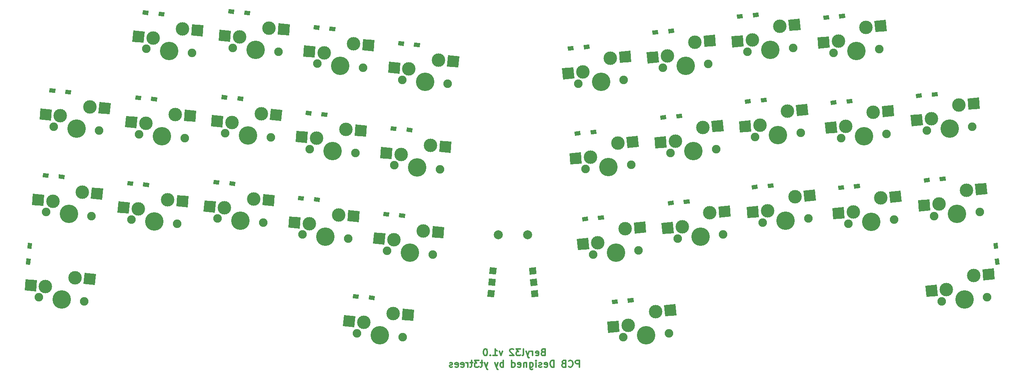
<source format=gbr>
G04 #@! TF.GenerationSoftware,KiCad,Pcbnew,(5.1.7)-1*
G04 #@! TF.CreationDate,2021-03-21T19:43:21+09:00*
G04 #@! TF.ProjectId,Beryl32,42657279-6c33-4322-9e6b-696361645f70,rev?*
G04 #@! TF.SameCoordinates,Original*
G04 #@! TF.FileFunction,Soldermask,Bot*
G04 #@! TF.FilePolarity,Negative*
%FSLAX46Y46*%
G04 Gerber Fmt 4.6, Leading zero omitted, Abs format (unit mm)*
G04 Created by KiCad (PCBNEW (5.1.7)-1) date 2021-03-21 19:43:21*
%MOMM*%
%LPD*%
G01*
G04 APERTURE LIST*
%ADD10C,0.300000*%
%ADD11C,0.100000*%
%ADD12C,4.100000*%
%ADD13C,1.900000*%
%ADD14C,3.000000*%
%ADD15C,2.000000*%
G04 APERTURE END LIST*
D10*
X215571428Y-171617857D02*
X215357142Y-171689285D01*
X215285714Y-171760714D01*
X215214285Y-171903571D01*
X215214285Y-172117857D01*
X215285714Y-172260714D01*
X215357142Y-172332142D01*
X215500000Y-172403571D01*
X216071428Y-172403571D01*
X216071428Y-170903571D01*
X215571428Y-170903571D01*
X215428571Y-170975000D01*
X215357142Y-171046428D01*
X215285714Y-171189285D01*
X215285714Y-171332142D01*
X215357142Y-171475000D01*
X215428571Y-171546428D01*
X215571428Y-171617857D01*
X216071428Y-171617857D01*
X214000000Y-172332142D02*
X214142857Y-172403571D01*
X214428571Y-172403571D01*
X214571428Y-172332142D01*
X214642857Y-172189285D01*
X214642857Y-171617857D01*
X214571428Y-171475000D01*
X214428571Y-171403571D01*
X214142857Y-171403571D01*
X214000000Y-171475000D01*
X213928571Y-171617857D01*
X213928571Y-171760714D01*
X214642857Y-171903571D01*
X213285714Y-172403571D02*
X213285714Y-171403571D01*
X213285714Y-171689285D02*
X213214285Y-171546428D01*
X213142857Y-171475000D01*
X213000000Y-171403571D01*
X212857142Y-171403571D01*
X212500000Y-171403571D02*
X212142857Y-172403571D01*
X211785714Y-171403571D02*
X212142857Y-172403571D01*
X212285714Y-172760714D01*
X212357142Y-172832142D01*
X212500000Y-172903571D01*
X211000000Y-172403571D02*
X211142857Y-172332142D01*
X211214285Y-172189285D01*
X211214285Y-170903571D01*
X210571428Y-170903571D02*
X209642857Y-170903571D01*
X210142857Y-171475000D01*
X209928571Y-171475000D01*
X209785714Y-171546428D01*
X209714285Y-171617857D01*
X209642857Y-171760714D01*
X209642857Y-172117857D01*
X209714285Y-172260714D01*
X209785714Y-172332142D01*
X209928571Y-172403571D01*
X210357142Y-172403571D01*
X210500000Y-172332142D01*
X210571428Y-172260714D01*
X209071428Y-171046428D02*
X209000000Y-170975000D01*
X208857142Y-170903571D01*
X208500000Y-170903571D01*
X208357142Y-170975000D01*
X208285714Y-171046428D01*
X208214285Y-171189285D01*
X208214285Y-171332142D01*
X208285714Y-171546428D01*
X209142857Y-172403571D01*
X208214285Y-172403571D01*
X206571428Y-171403571D02*
X206214285Y-172403571D01*
X205857142Y-171403571D01*
X204500000Y-172403571D02*
X205357142Y-172403571D01*
X204928571Y-172403571D02*
X204928571Y-170903571D01*
X205071428Y-171117857D01*
X205214285Y-171260714D01*
X205357142Y-171332142D01*
X203857142Y-172260714D02*
X203785714Y-172332142D01*
X203857142Y-172403571D01*
X203928571Y-172332142D01*
X203857142Y-172260714D01*
X203857142Y-172403571D01*
X202857142Y-170903571D02*
X202714285Y-170903571D01*
X202571428Y-170975000D01*
X202500000Y-171046428D01*
X202428571Y-171189285D01*
X202357142Y-171475000D01*
X202357142Y-171832142D01*
X202428571Y-172117857D01*
X202500000Y-172260714D01*
X202571428Y-172332142D01*
X202714285Y-172403571D01*
X202857142Y-172403571D01*
X203000000Y-172332142D01*
X203071428Y-172260714D01*
X203142857Y-172117857D01*
X203214285Y-171832142D01*
X203214285Y-171475000D01*
X203142857Y-171189285D01*
X203071428Y-171046428D01*
X203000000Y-170975000D01*
X202857142Y-170903571D01*
X223642857Y-174953571D02*
X223642857Y-173453571D01*
X223071428Y-173453571D01*
X222928571Y-173525000D01*
X222857142Y-173596428D01*
X222785714Y-173739285D01*
X222785714Y-173953571D01*
X222857142Y-174096428D01*
X222928571Y-174167857D01*
X223071428Y-174239285D01*
X223642857Y-174239285D01*
X221285714Y-174810714D02*
X221357142Y-174882142D01*
X221571428Y-174953571D01*
X221714285Y-174953571D01*
X221928571Y-174882142D01*
X222071428Y-174739285D01*
X222142857Y-174596428D01*
X222214285Y-174310714D01*
X222214285Y-174096428D01*
X222142857Y-173810714D01*
X222071428Y-173667857D01*
X221928571Y-173525000D01*
X221714285Y-173453571D01*
X221571428Y-173453571D01*
X221357142Y-173525000D01*
X221285714Y-173596428D01*
X220142857Y-174167857D02*
X219928571Y-174239285D01*
X219857142Y-174310714D01*
X219785714Y-174453571D01*
X219785714Y-174667857D01*
X219857142Y-174810714D01*
X219928571Y-174882142D01*
X220071428Y-174953571D01*
X220642857Y-174953571D01*
X220642857Y-173453571D01*
X220142857Y-173453571D01*
X220000000Y-173525000D01*
X219928571Y-173596428D01*
X219857142Y-173739285D01*
X219857142Y-173882142D01*
X219928571Y-174025000D01*
X220000000Y-174096428D01*
X220142857Y-174167857D01*
X220642857Y-174167857D01*
X218000000Y-174953571D02*
X218000000Y-173453571D01*
X217642857Y-173453571D01*
X217428571Y-173525000D01*
X217285714Y-173667857D01*
X217214285Y-173810714D01*
X217142857Y-174096428D01*
X217142857Y-174310714D01*
X217214285Y-174596428D01*
X217285714Y-174739285D01*
X217428571Y-174882142D01*
X217642857Y-174953571D01*
X218000000Y-174953571D01*
X215928571Y-174882142D02*
X216071428Y-174953571D01*
X216357142Y-174953571D01*
X216500000Y-174882142D01*
X216571428Y-174739285D01*
X216571428Y-174167857D01*
X216500000Y-174025000D01*
X216357142Y-173953571D01*
X216071428Y-173953571D01*
X215928571Y-174025000D01*
X215857142Y-174167857D01*
X215857142Y-174310714D01*
X216571428Y-174453571D01*
X215285714Y-174882142D02*
X215142857Y-174953571D01*
X214857142Y-174953571D01*
X214714285Y-174882142D01*
X214642857Y-174739285D01*
X214642857Y-174667857D01*
X214714285Y-174525000D01*
X214857142Y-174453571D01*
X215071428Y-174453571D01*
X215214285Y-174382142D01*
X215285714Y-174239285D01*
X215285714Y-174167857D01*
X215214285Y-174025000D01*
X215071428Y-173953571D01*
X214857142Y-173953571D01*
X214714285Y-174025000D01*
X214000000Y-174953571D02*
X214000000Y-173953571D01*
X214000000Y-173453571D02*
X214071428Y-173525000D01*
X214000000Y-173596428D01*
X213928571Y-173525000D01*
X214000000Y-173453571D01*
X214000000Y-173596428D01*
X212642857Y-173953571D02*
X212642857Y-175167857D01*
X212714285Y-175310714D01*
X212785714Y-175382142D01*
X212928571Y-175453571D01*
X213142857Y-175453571D01*
X213285714Y-175382142D01*
X212642857Y-174882142D02*
X212785714Y-174953571D01*
X213071428Y-174953571D01*
X213214285Y-174882142D01*
X213285714Y-174810714D01*
X213357142Y-174667857D01*
X213357142Y-174239285D01*
X213285714Y-174096428D01*
X213214285Y-174025000D01*
X213071428Y-173953571D01*
X212785714Y-173953571D01*
X212642857Y-174025000D01*
X211928571Y-173953571D02*
X211928571Y-174953571D01*
X211928571Y-174096428D02*
X211857142Y-174025000D01*
X211714285Y-173953571D01*
X211500000Y-173953571D01*
X211357142Y-174025000D01*
X211285714Y-174167857D01*
X211285714Y-174953571D01*
X210000000Y-174882142D02*
X210142857Y-174953571D01*
X210428571Y-174953571D01*
X210571428Y-174882142D01*
X210642857Y-174739285D01*
X210642857Y-174167857D01*
X210571428Y-174025000D01*
X210428571Y-173953571D01*
X210142857Y-173953571D01*
X210000000Y-174025000D01*
X209928571Y-174167857D01*
X209928571Y-174310714D01*
X210642857Y-174453571D01*
X208642857Y-174953571D02*
X208642857Y-173453571D01*
X208642857Y-174882142D02*
X208785714Y-174953571D01*
X209071428Y-174953571D01*
X209214285Y-174882142D01*
X209285714Y-174810714D01*
X209357142Y-174667857D01*
X209357142Y-174239285D01*
X209285714Y-174096428D01*
X209214285Y-174025000D01*
X209071428Y-173953571D01*
X208785714Y-173953571D01*
X208642857Y-174025000D01*
X206785714Y-174953571D02*
X206785714Y-173453571D01*
X206785714Y-174025000D02*
X206642857Y-173953571D01*
X206357142Y-173953571D01*
X206214285Y-174025000D01*
X206142857Y-174096428D01*
X206071428Y-174239285D01*
X206071428Y-174667857D01*
X206142857Y-174810714D01*
X206214285Y-174882142D01*
X206357142Y-174953571D01*
X206642857Y-174953571D01*
X206785714Y-174882142D01*
X205571428Y-173953571D02*
X205214285Y-174953571D01*
X204857142Y-173953571D02*
X205214285Y-174953571D01*
X205357142Y-175310714D01*
X205428571Y-175382142D01*
X205571428Y-175453571D01*
X203285714Y-173953571D02*
X202928571Y-174953571D01*
X202571428Y-173953571D02*
X202928571Y-174953571D01*
X203071428Y-175310714D01*
X203142857Y-175382142D01*
X203285714Y-175453571D01*
X202214285Y-173953571D02*
X201642857Y-173953571D01*
X202000000Y-173453571D02*
X202000000Y-174739285D01*
X201928571Y-174882142D01*
X201785714Y-174953571D01*
X201642857Y-174953571D01*
X201285714Y-173453571D02*
X200357142Y-173453571D01*
X200857142Y-174025000D01*
X200642857Y-174025000D01*
X200500000Y-174096428D01*
X200428571Y-174167857D01*
X200357142Y-174310714D01*
X200357142Y-174667857D01*
X200428571Y-174810714D01*
X200500000Y-174882142D01*
X200642857Y-174953571D01*
X201071428Y-174953571D01*
X201214285Y-174882142D01*
X201285714Y-174810714D01*
X199928571Y-173953571D02*
X199357142Y-173953571D01*
X199714285Y-173453571D02*
X199714285Y-174739285D01*
X199642857Y-174882142D01*
X199500000Y-174953571D01*
X199357142Y-174953571D01*
X198857142Y-174953571D02*
X198857142Y-173953571D01*
X198857142Y-174239285D02*
X198785714Y-174096428D01*
X198714285Y-174025000D01*
X198571428Y-173953571D01*
X198428571Y-173953571D01*
X197357142Y-174882142D02*
X197500000Y-174953571D01*
X197785714Y-174953571D01*
X197928571Y-174882142D01*
X198000000Y-174739285D01*
X198000000Y-174167857D01*
X197928571Y-174025000D01*
X197785714Y-173953571D01*
X197500000Y-173953571D01*
X197357142Y-174025000D01*
X197285714Y-174167857D01*
X197285714Y-174310714D01*
X198000000Y-174453571D01*
X196071428Y-174882142D02*
X196214285Y-174953571D01*
X196500000Y-174953571D01*
X196642857Y-174882142D01*
X196714285Y-174739285D01*
X196714285Y-174167857D01*
X196642857Y-174025000D01*
X196500000Y-173953571D01*
X196214285Y-173953571D01*
X196071428Y-174025000D01*
X196000000Y-174167857D01*
X196000000Y-174310714D01*
X196714285Y-174453571D01*
X195428571Y-174882142D02*
X195285714Y-174953571D01*
X195000000Y-174953571D01*
X194857142Y-174882142D01*
X194785714Y-174739285D01*
X194785714Y-174667857D01*
X194857142Y-174525000D01*
X195000000Y-174453571D01*
X195214285Y-174453571D01*
X195357142Y-174382142D01*
X195428571Y-174239285D01*
X195428571Y-174167857D01*
X195357142Y-174025000D01*
X195214285Y-173953571D01*
X195000000Y-173953571D01*
X194857142Y-174025000D01*
D11*
G36*
X244452789Y-142653797D02*
G01*
X244670678Y-145144284D01*
X242130381Y-145366531D01*
X241912492Y-142876044D01*
X244452789Y-142653797D01*
G37*
D12*
X250571000Y-145923000D03*
D13*
X255631669Y-145480249D03*
X245510331Y-146365751D03*
D11*
G36*
X257109222Y-138996800D02*
G01*
X257327111Y-141487287D01*
X254786814Y-141709534D01*
X254568925Y-139219047D01*
X257109222Y-138996800D01*
G37*
D14*
X246554123Y-143724729D03*
X252658583Y-140640955D03*
D15*
X212165000Y-145542000D03*
X205665000Y-145542000D03*
D11*
G36*
X232387789Y-164624797D02*
G01*
X232605678Y-167115284D01*
X230065381Y-167337531D01*
X229847492Y-164847044D01*
X232387789Y-164624797D01*
G37*
D12*
X238506000Y-167894000D03*
D13*
X243566669Y-167451249D03*
X233445331Y-168336751D03*
D11*
G36*
X245044222Y-160967800D02*
G01*
X245262111Y-163458287D01*
X242721814Y-163680534D01*
X242503925Y-161190047D01*
X245044222Y-160967800D01*
G37*
D14*
X234489123Y-165695729D03*
X240593583Y-162611955D03*
D11*
G36*
X161742429Y-141641047D02*
G01*
X161524540Y-144131534D01*
X158984243Y-143909287D01*
X159202132Y-141418800D01*
X161742429Y-141641047D01*
G37*
D12*
X167200000Y-145923000D03*
D13*
X172260669Y-146365751D03*
X162139331Y-145480249D03*
D11*
G36*
X174841614Y-140237375D02*
G01*
X174623725Y-142727862D01*
X172083428Y-142505615D01*
X172301317Y-140015128D01*
X174841614Y-140237375D01*
G37*
D14*
X163625874Y-143060602D03*
X170173086Y-141083707D03*
D11*
G36*
X173866429Y-163612047D02*
G01*
X173648540Y-166102534D01*
X171108243Y-165880287D01*
X171326132Y-163389800D01*
X173866429Y-163612047D01*
G37*
D12*
X179324000Y-167894000D03*
D13*
X184384669Y-168336751D03*
X174263331Y-167451249D03*
D11*
G36*
X186965614Y-162208375D02*
G01*
X186747725Y-164698862D01*
X184207428Y-164476615D01*
X184425317Y-161986128D01*
X186965614Y-162208375D01*
G37*
D14*
X175749874Y-165031602D03*
X182297086Y-163054707D03*
X188973086Y-144660707D03*
X182425874Y-146637602D03*
D11*
G36*
X193641614Y-143814375D02*
G01*
X193423725Y-146304862D01*
X190883428Y-146082615D01*
X191101317Y-143592128D01*
X193641614Y-143814375D01*
G37*
D13*
X180939331Y-149057249D03*
X191060669Y-149942751D03*
D12*
X186000000Y-149500000D03*
D11*
G36*
X180542429Y-145218047D02*
G01*
X180324540Y-147708534D01*
X177784243Y-147486287D01*
X178002132Y-144995800D01*
X180542429Y-145218047D01*
G37*
D14*
X233862583Y-144196955D03*
X227758123Y-147280729D03*
D11*
G36*
X238313222Y-142552800D02*
G01*
X238531111Y-145043287D01*
X235990814Y-145265534D01*
X235772925Y-142775047D01*
X238313222Y-142552800D01*
G37*
D13*
X226714331Y-149921751D03*
X236835669Y-149036249D03*
D12*
X231775000Y-149479000D03*
D11*
G36*
X225656789Y-146209797D02*
G01*
X225874678Y-148700284D01*
X223334381Y-148922531D01*
X223116492Y-146432044D01*
X225656789Y-146209797D01*
G37*
G36*
X106429429Y-117638047D02*
G01*
X106211540Y-120128534D01*
X103671243Y-119906287D01*
X103889132Y-117415800D01*
X106429429Y-117638047D01*
G37*
D12*
X111887000Y-121920000D03*
D13*
X116947669Y-122362751D03*
X106826331Y-121477249D03*
D11*
G36*
X119528614Y-116234375D02*
G01*
X119310725Y-118724862D01*
X116770428Y-118502615D01*
X116988317Y-116012128D01*
X119528614Y-116234375D01*
G37*
D14*
X108312874Y-119057602D03*
X114860086Y-117080707D03*
X113173086Y-136060707D03*
X106625874Y-138037602D03*
D11*
G36*
X117841614Y-135214375D02*
G01*
X117623725Y-137704862D01*
X115083428Y-137482615D01*
X115301317Y-134992128D01*
X117841614Y-135214375D01*
G37*
D13*
X105139331Y-140457249D03*
X115260669Y-141342751D03*
D12*
X110200000Y-140900000D03*
D11*
G36*
X104742429Y-136618047D02*
G01*
X104524540Y-139108534D01*
X101984243Y-138886287D01*
X102202132Y-136395800D01*
X104742429Y-136618047D01*
G37*
D14*
X111558086Y-155053707D03*
X105010874Y-157030602D03*
D11*
G36*
X116226614Y-154207375D02*
G01*
X116008725Y-156697862D01*
X113468428Y-156475615D01*
X113686317Y-153985128D01*
X116226614Y-154207375D01*
G37*
D13*
X103524331Y-159450249D03*
X113645669Y-160335751D03*
D12*
X108585000Y-159893000D03*
D11*
G36*
X103127429Y-155611047D02*
G01*
X102909540Y-158101534D01*
X100369243Y-157879287D01*
X100587132Y-155388800D01*
X103127429Y-155611047D01*
G37*
D14*
X135473086Y-99760707D03*
X128925874Y-101737602D03*
D11*
G36*
X140141614Y-98914375D02*
G01*
X139923725Y-101404862D01*
X137383428Y-101182615D01*
X137601317Y-98692128D01*
X140141614Y-98914375D01*
G37*
D13*
X127439331Y-104157249D03*
X137560669Y-105042751D03*
D12*
X132500000Y-104600000D03*
D11*
G36*
X127042429Y-100318047D02*
G01*
X126824540Y-102808534D01*
X124284243Y-102586287D01*
X124502132Y-100095800D01*
X127042429Y-100318047D01*
G37*
D14*
X133858000Y-118745000D03*
X127310788Y-120721895D03*
D11*
G36*
X138526528Y-117898668D02*
G01*
X138308639Y-120389155D01*
X135768342Y-120166908D01*
X135986231Y-117676421D01*
X138526528Y-117898668D01*
G37*
D13*
X125824245Y-123141542D03*
X135945583Y-124027044D03*
D12*
X130884914Y-123584293D03*
D11*
G36*
X125427343Y-119302340D02*
G01*
X125209454Y-121792827D01*
X122669157Y-121570580D01*
X122887046Y-119080093D01*
X125427343Y-119302340D01*
G37*
G36*
X123742429Y-138318047D02*
G01*
X123524540Y-140808534D01*
X120984243Y-140586287D01*
X121202132Y-138095800D01*
X123742429Y-138318047D01*
G37*
D12*
X129200000Y-142600000D03*
D13*
X134260669Y-143042751D03*
X124139331Y-142157249D03*
D11*
G36*
X136841614Y-136914375D02*
G01*
X136623725Y-139404862D01*
X134083428Y-139182615D01*
X134301317Y-136692128D01*
X136841614Y-136914375D01*
G37*
D14*
X125625874Y-139737602D03*
X132173086Y-137760707D03*
D11*
G36*
X146242429Y-100112047D02*
G01*
X146024540Y-102602534D01*
X143484243Y-102380287D01*
X143702132Y-99889800D01*
X146242429Y-100112047D01*
G37*
D12*
X151700000Y-104394000D03*
D13*
X156760669Y-104836751D03*
X146639331Y-103951249D03*
D11*
G36*
X159341614Y-98708375D02*
G01*
X159123725Y-101198862D01*
X156583428Y-100976615D01*
X156801317Y-98486128D01*
X159341614Y-98708375D01*
G37*
D14*
X148125874Y-101531602D03*
X154673086Y-99554707D03*
D11*
G36*
X144542429Y-119118047D02*
G01*
X144324540Y-121608534D01*
X141784243Y-121386287D01*
X142002132Y-118895800D01*
X144542429Y-119118047D01*
G37*
D12*
X150000000Y-123400000D03*
D13*
X155060669Y-123842751D03*
X144939331Y-122957249D03*
D11*
G36*
X157641614Y-117714375D02*
G01*
X157423725Y-120204862D01*
X154883428Y-119982615D01*
X155101317Y-117492128D01*
X157641614Y-117714375D01*
G37*
D14*
X146425874Y-120537602D03*
X152973086Y-118560707D03*
X151309086Y-137527707D03*
X144761874Y-139504602D03*
D11*
G36*
X155977614Y-136681375D02*
G01*
X155759725Y-139171862D01*
X153219428Y-138949615D01*
X153437317Y-136459128D01*
X155977614Y-136681375D01*
G37*
D13*
X143275331Y-141924249D03*
X153396669Y-142809751D03*
D12*
X148336000Y-142367000D03*
D11*
G36*
X142878429Y-138085047D02*
G01*
X142660540Y-140575534D01*
X140120243Y-140353287D01*
X140338132Y-137862800D01*
X142878429Y-138085047D01*
G37*
D14*
X173473086Y-103060707D03*
X166925874Y-105037602D03*
D11*
G36*
X178141614Y-102214375D02*
G01*
X177923725Y-104704862D01*
X175383428Y-104482615D01*
X175601317Y-101992128D01*
X178141614Y-102214375D01*
G37*
D13*
X165439331Y-107457249D03*
X175560669Y-108342751D03*
D12*
X170500000Y-107900000D03*
D11*
G36*
X165042429Y-103618047D02*
G01*
X164824540Y-106108534D01*
X162284243Y-105886287D01*
X162502132Y-103395800D01*
X165042429Y-103618047D01*
G37*
G36*
X163342429Y-122618047D02*
G01*
X163124540Y-125108534D01*
X160584243Y-124886287D01*
X160802132Y-122395800D01*
X163342429Y-122618047D01*
G37*
D12*
X168800000Y-126900000D03*
D13*
X173860669Y-127342751D03*
X163739331Y-126457249D03*
D11*
G36*
X176441614Y-121214375D02*
G01*
X176223725Y-123704862D01*
X173683428Y-123482615D01*
X173901317Y-120992128D01*
X176441614Y-121214375D01*
G37*
D14*
X165225874Y-124037602D03*
X171773086Y-122060707D03*
D11*
G36*
X183899429Y-107224047D02*
G01*
X183681540Y-109714534D01*
X181141243Y-109492287D01*
X181359132Y-107001800D01*
X183899429Y-107224047D01*
G37*
D12*
X189357000Y-111506000D03*
D13*
X194417669Y-111948751D03*
X184296331Y-111063249D03*
D11*
G36*
X196998614Y-105820375D02*
G01*
X196780725Y-108310862D01*
X194240428Y-108088615D01*
X194458317Y-105598128D01*
X196998614Y-105820375D01*
G37*
D14*
X185782874Y-108643602D03*
X192330086Y-106666707D03*
D11*
G36*
X182142429Y-126218047D02*
G01*
X181924540Y-128708534D01*
X179384243Y-128486287D01*
X179602132Y-125995800D01*
X182142429Y-126218047D01*
G37*
D12*
X187600000Y-130500000D03*
D13*
X192660669Y-130942751D03*
X182539331Y-130057249D03*
D11*
G36*
X195241614Y-124814375D02*
G01*
X195023725Y-127304862D01*
X192483428Y-127082615D01*
X192701317Y-124592128D01*
X195241614Y-124814375D01*
G37*
D14*
X184025874Y-127637602D03*
X190573086Y-125660707D03*
X230560583Y-106223955D03*
X224456123Y-109307729D03*
D11*
G36*
X235011222Y-104579800D02*
G01*
X235229111Y-107070287D01*
X232688814Y-107292534D01*
X232470925Y-104802047D01*
X235011222Y-104579800D01*
G37*
D13*
X223412331Y-111948751D03*
X233533669Y-111063249D03*
D12*
X228473000Y-111506000D03*
D11*
G36*
X222354789Y-108236797D02*
G01*
X222572678Y-110727284D01*
X220032381Y-110949531D01*
X219814492Y-108459044D01*
X222354789Y-108236797D01*
G37*
G36*
X224005789Y-127159797D02*
G01*
X224223678Y-129650284D01*
X221683381Y-129872531D01*
X221465492Y-127382044D01*
X224005789Y-127159797D01*
G37*
D12*
X230124000Y-130429000D03*
D13*
X235184669Y-129986249D03*
X225063331Y-130871751D03*
D11*
G36*
X236662222Y-123502800D02*
G01*
X236880111Y-125993287D01*
X234339814Y-126215534D01*
X234121925Y-123725047D01*
X236662222Y-123502800D01*
G37*
D14*
X226107123Y-128230729D03*
X232211583Y-125146955D03*
X249356583Y-102667955D03*
X243252123Y-105751729D03*
D11*
G36*
X253807222Y-101023800D02*
G01*
X254025111Y-103514287D01*
X251484814Y-103736534D01*
X251266925Y-101246047D01*
X253807222Y-101023800D01*
G37*
D13*
X242208331Y-108392751D03*
X252329669Y-107507249D03*
D12*
X247269000Y-107950000D03*
D11*
G36*
X241150789Y-104680797D02*
G01*
X241368678Y-107171284D01*
X238828381Y-107393531D01*
X238610492Y-104903044D01*
X241150789Y-104680797D01*
G37*
D14*
X251087583Y-121617955D03*
X244983123Y-124701729D03*
D11*
G36*
X255538222Y-119973800D02*
G01*
X255756111Y-122464287D01*
X253215814Y-122686534D01*
X252997925Y-120196047D01*
X255538222Y-119973800D01*
G37*
D13*
X243939331Y-127342751D03*
X254060669Y-126457249D03*
D12*
X249000000Y-126900000D03*
D11*
G36*
X242881789Y-123630797D02*
G01*
X243099678Y-126121284D01*
X240559381Y-126343531D01*
X240341492Y-123853044D01*
X242881789Y-123630797D01*
G37*
D14*
X268187583Y-99111955D03*
X262083123Y-102195729D03*
D11*
G36*
X272638222Y-97467800D02*
G01*
X272856111Y-99958287D01*
X270315814Y-100180534D01*
X270097925Y-97690047D01*
X272638222Y-97467800D01*
G37*
D13*
X261039331Y-104836751D03*
X271160669Y-103951249D03*
D12*
X266100000Y-104394000D03*
D11*
G36*
X259981789Y-101124797D02*
G01*
X260199678Y-103615284D01*
X257659381Y-103837531D01*
X257441492Y-101347044D01*
X259981789Y-101124797D01*
G37*
G36*
X261681789Y-120047797D02*
G01*
X261899678Y-122538284D01*
X259359381Y-122760531D01*
X259141492Y-120270044D01*
X261681789Y-120047797D01*
G37*
D12*
X267800000Y-123317000D03*
D13*
X272860669Y-122874249D03*
X262739331Y-123759751D03*
D11*
G36*
X274338222Y-116390800D02*
G01*
X274556111Y-118881287D01*
X272015814Y-119103534D01*
X271797925Y-116613047D01*
X274338222Y-116390800D01*
G37*
D14*
X263783123Y-121118729D03*
X269887583Y-118034955D03*
X271581583Y-137084955D03*
X265477123Y-140168729D03*
D11*
G36*
X276032222Y-135440800D02*
G01*
X276250111Y-137931287D01*
X273709814Y-138153534D01*
X273491925Y-135663047D01*
X276032222Y-135440800D01*
G37*
D13*
X264433331Y-142809751D03*
X274554669Y-141924249D03*
D12*
X269494000Y-142367000D03*
D11*
G36*
X263375789Y-139097797D02*
G01*
X263593678Y-141588284D01*
X261053381Y-141810531D01*
X260835492Y-139320044D01*
X263375789Y-139097797D01*
G37*
G36*
X279123789Y-101378797D02*
G01*
X279341678Y-103869284D01*
X276801381Y-104091531D01*
X276583492Y-101601044D01*
X279123789Y-101378797D01*
G37*
D12*
X285242000Y-104648000D03*
D13*
X290302669Y-104205249D03*
X280181331Y-105090751D03*
D11*
G36*
X291780222Y-97721800D02*
G01*
X291998111Y-100212287D01*
X289457814Y-100434534D01*
X289239925Y-97944047D01*
X291780222Y-97721800D01*
G37*
D14*
X281225123Y-102449729D03*
X287329583Y-99365955D03*
X288980583Y-118288955D03*
X282876123Y-121372729D03*
D11*
G36*
X293431222Y-116644800D02*
G01*
X293649111Y-119135287D01*
X291108814Y-119357534D01*
X290890925Y-116867047D01*
X293431222Y-116644800D01*
G37*
D13*
X281832331Y-124013751D03*
X291953669Y-123128249D03*
D12*
X286893000Y-123571000D03*
D11*
G36*
X280774789Y-120301797D02*
G01*
X280992678Y-122792284D01*
X278452381Y-123014531D01*
X278234492Y-120524044D01*
X280774789Y-120301797D01*
G37*
G36*
X282425789Y-139351797D02*
G01*
X282643678Y-141842284D01*
X280103381Y-142064531D01*
X279885492Y-139574044D01*
X282425789Y-139351797D01*
G37*
D12*
X288544000Y-142621000D03*
D13*
X293604669Y-142178249D03*
X283483331Y-143063751D03*
D11*
G36*
X295082222Y-135694800D02*
G01*
X295300111Y-138185287D01*
X292759814Y-138407534D01*
X292541925Y-135917047D01*
X295082222Y-135694800D01*
G37*
D14*
X284527123Y-140422729D03*
X290631583Y-137338955D03*
X308030583Y-116637955D03*
X301926123Y-119721729D03*
D11*
G36*
X312481222Y-114993800D02*
G01*
X312699111Y-117484287D01*
X310158814Y-117706534D01*
X309940925Y-115216047D01*
X312481222Y-114993800D01*
G37*
D13*
X300882331Y-122362751D03*
X311003669Y-121477249D03*
D12*
X305943000Y-121920000D03*
D11*
G36*
X299824789Y-118650797D02*
G01*
X300042678Y-121141284D01*
X297502381Y-121363531D01*
X297284492Y-118873044D01*
X299824789Y-118650797D01*
G37*
G36*
X301475789Y-137630797D02*
G01*
X301693678Y-140121284D01*
X299153381Y-140343531D01*
X298935492Y-137853044D01*
X301475789Y-137630797D01*
G37*
D12*
X307594000Y-140900000D03*
D13*
X312654669Y-140457249D03*
X302533331Y-141342751D03*
D11*
G36*
X314132222Y-133973800D02*
G01*
X314350111Y-136464287D01*
X311809814Y-136686534D01*
X311591925Y-134196047D01*
X314132222Y-133973800D01*
G37*
D14*
X303577123Y-138701729D03*
X309681583Y-135617955D03*
X311332583Y-154610955D03*
X305228123Y-157694729D03*
D11*
G36*
X315783222Y-152966800D02*
G01*
X316001111Y-155457287D01*
X313460814Y-155679534D01*
X313242925Y-153189047D01*
X315783222Y-152966800D01*
G37*
D13*
X304184331Y-160335751D03*
X314305669Y-159450249D03*
D12*
X309245000Y-159893000D03*
D11*
G36*
X303126789Y-156623797D02*
G01*
X303344678Y-159114284D01*
X300804381Y-159336531D01*
X300586492Y-156846044D01*
X303126789Y-156623797D01*
G37*
G36*
X109379320Y-114171242D02*
G01*
X109462118Y-113224857D01*
X110757172Y-113338160D01*
X110674374Y-114284545D01*
X109379320Y-114171242D01*
G37*
G36*
X105842828Y-113861840D02*
G01*
X105925626Y-112915455D01*
X107220680Y-113028758D01*
X107137882Y-113975143D01*
X105842828Y-113861840D01*
G37*
G36*
X107896074Y-133032242D02*
G01*
X107978872Y-132085857D01*
X109273926Y-132199160D01*
X109191128Y-133145545D01*
X107896074Y-133032242D01*
G37*
G36*
X104359582Y-132722840D02*
G01*
X104442380Y-131776455D01*
X105737434Y-131889758D01*
X105654636Y-132836143D01*
X104359582Y-132722840D01*
G37*
G36*
X100774758Y-150812320D02*
G01*
X101721143Y-150895118D01*
X101607840Y-152190172D01*
X100661455Y-152107374D01*
X100774758Y-150812320D01*
G37*
G36*
X101084160Y-147275828D02*
G01*
X102030545Y-147358626D01*
X101917242Y-148653680D01*
X100970857Y-148570882D01*
X101084160Y-147275828D01*
G37*
G36*
X126574828Y-96527840D02*
G01*
X126657626Y-95581455D01*
X127952680Y-95694758D01*
X127869882Y-96641143D01*
X126574828Y-96527840D01*
G37*
G36*
X130111320Y-96837242D02*
G01*
X130194118Y-95890857D01*
X131489172Y-96004160D01*
X131406374Y-96950545D01*
X130111320Y-96837242D01*
G37*
G36*
X124923828Y-115450840D02*
G01*
X125006626Y-114504455D01*
X126301680Y-114617758D01*
X126218882Y-115564143D01*
X124923828Y-115450840D01*
G37*
G36*
X128460320Y-115760242D02*
G01*
X128543118Y-114813857D01*
X129838172Y-114927160D01*
X129755374Y-115873545D01*
X128460320Y-115760242D01*
G37*
G36*
X123145828Y-134500840D02*
G01*
X123228626Y-133554455D01*
X124523680Y-133667758D01*
X124440882Y-134614143D01*
X123145828Y-134500840D01*
G37*
G36*
X126682320Y-134810242D02*
G01*
X126765118Y-133863857D01*
X128060172Y-133977160D01*
X127977374Y-134923545D01*
X126682320Y-134810242D01*
G37*
G36*
X149161320Y-96583242D02*
G01*
X149244118Y-95636857D01*
X150539172Y-95750160D01*
X150456374Y-96696545D01*
X149161320Y-96583242D01*
G37*
G36*
X145624828Y-96273840D02*
G01*
X145707626Y-95327455D01*
X147002680Y-95440758D01*
X146919882Y-96387143D01*
X145624828Y-96273840D01*
G37*
G36*
X147627566Y-115660943D02*
G01*
X147710364Y-114714558D01*
X149005418Y-114827861D01*
X148922620Y-115774246D01*
X147627566Y-115660943D01*
G37*
G36*
X144091074Y-115351541D02*
G01*
X144173872Y-114405156D01*
X145468926Y-114518459D01*
X145386128Y-115464844D01*
X144091074Y-115351541D01*
G37*
G36*
X145859320Y-134556242D02*
G01*
X145942118Y-133609857D01*
X147237172Y-133723160D01*
X147154374Y-134669545D01*
X145859320Y-134556242D01*
G37*
G36*
X142322828Y-134246840D02*
G01*
X142405626Y-133300455D01*
X143700680Y-133413758D01*
X143617882Y-134360143D01*
X142322828Y-134246840D01*
G37*
G36*
X164547828Y-99829840D02*
G01*
X164630626Y-98883455D01*
X165925680Y-98996758D01*
X165842882Y-99943143D01*
X164547828Y-99829840D01*
G37*
G36*
X168084320Y-100139242D02*
G01*
X168167118Y-99192857D01*
X169462172Y-99306160D01*
X169379374Y-100252545D01*
X168084320Y-100139242D01*
G37*
G36*
X166306320Y-119189242D02*
G01*
X166389118Y-118242857D01*
X167684172Y-118356160D01*
X167601374Y-119302545D01*
X166306320Y-119189242D01*
G37*
G36*
X162769828Y-118879840D02*
G01*
X162852626Y-117933455D01*
X164147680Y-118046758D01*
X164064882Y-118993143D01*
X162769828Y-118879840D01*
G37*
G36*
X164655320Y-138112242D02*
G01*
X164738118Y-137165857D01*
X166033172Y-137279160D01*
X165950374Y-138225545D01*
X164655320Y-138112242D01*
G37*
G36*
X161118828Y-137802840D02*
G01*
X161201626Y-136856455D01*
X162496680Y-136969758D01*
X162413882Y-137916143D01*
X161118828Y-137802840D01*
G37*
G36*
X186880320Y-103695242D02*
G01*
X186963118Y-102748857D01*
X188258172Y-102862160D01*
X188175374Y-103808545D01*
X186880320Y-103695242D01*
G37*
G36*
X183343828Y-103385840D02*
G01*
X183426626Y-102439455D01*
X184721680Y-102552758D01*
X184638882Y-103499143D01*
X183343828Y-103385840D01*
G37*
G36*
X181692828Y-122308840D02*
G01*
X181775626Y-121362455D01*
X183070680Y-121475758D01*
X182987882Y-122422143D01*
X181692828Y-122308840D01*
G37*
G36*
X185229320Y-122618242D02*
G01*
X185312118Y-121671857D01*
X186607172Y-121785160D01*
X186524374Y-122731545D01*
X185229320Y-122618242D01*
G37*
G36*
X180041828Y-141358840D02*
G01*
X180124626Y-140412455D01*
X181419680Y-140525758D01*
X181336882Y-141472143D01*
X180041828Y-141358840D01*
G37*
G36*
X183578320Y-141668242D02*
G01*
X183661118Y-140721857D01*
X184956172Y-140835160D01*
X184873374Y-141781545D01*
X183578320Y-141668242D01*
G37*
G36*
X173310828Y-159646840D02*
G01*
X173393626Y-158700455D01*
X174688680Y-158813758D01*
X174605882Y-159760143D01*
X173310828Y-159646840D01*
G37*
G36*
X176847320Y-159956242D02*
G01*
X176930118Y-159009857D01*
X178225172Y-159123160D01*
X178142374Y-160069545D01*
X176847320Y-159956242D01*
G37*
G36*
X221145626Y-104570545D02*
G01*
X221062828Y-103624160D01*
X222357882Y-103510857D01*
X222440680Y-104457242D01*
X221145626Y-104570545D01*
G37*
G36*
X224682118Y-104261143D02*
G01*
X224599320Y-103314758D01*
X225894374Y-103201455D01*
X225977172Y-104147840D01*
X224682118Y-104261143D01*
G37*
G36*
X222669626Y-123493545D02*
G01*
X222586828Y-122547160D01*
X223881882Y-122433857D01*
X223964680Y-123380242D01*
X222669626Y-123493545D01*
G37*
G36*
X226206118Y-123184143D02*
G01*
X226123320Y-122237758D01*
X227418374Y-122124455D01*
X227501172Y-123070840D01*
X226206118Y-123184143D01*
G37*
G36*
X227857118Y-142234143D02*
G01*
X227774320Y-141287758D01*
X229069374Y-141174455D01*
X229152172Y-142120840D01*
X227857118Y-142234143D01*
G37*
G36*
X224320626Y-142543545D02*
G01*
X224237828Y-141597160D01*
X225532882Y-141483857D01*
X225615680Y-142430242D01*
X224320626Y-142543545D01*
G37*
G36*
X230924626Y-160958545D02*
G01*
X230841828Y-160012160D01*
X232136882Y-159898857D01*
X232219680Y-160845242D01*
X230924626Y-160958545D01*
G37*
G36*
X234461118Y-160649143D02*
G01*
X234378320Y-159702758D01*
X235673374Y-159589455D01*
X235756172Y-160535840D01*
X234461118Y-160649143D01*
G37*
G36*
X243478118Y-100705143D02*
G01*
X243395320Y-99758758D01*
X244690374Y-99645455D01*
X244773172Y-100591840D01*
X243478118Y-100705143D01*
G37*
G36*
X239941626Y-101014545D02*
G01*
X239858828Y-100068160D01*
X241153882Y-99954857D01*
X241236680Y-100901242D01*
X239941626Y-101014545D01*
G37*
G36*
X245256118Y-119628143D02*
G01*
X245173320Y-118681758D01*
X246468374Y-118568455D01*
X246551172Y-119514840D01*
X245256118Y-119628143D01*
G37*
G36*
X241719626Y-119937545D02*
G01*
X241636828Y-118991160D01*
X242931882Y-118877857D01*
X243014680Y-119824242D01*
X241719626Y-119937545D01*
G37*
G36*
X243370626Y-138987545D02*
G01*
X243287828Y-138041160D01*
X244582882Y-137927857D01*
X244665680Y-138874242D01*
X243370626Y-138987545D01*
G37*
G36*
X246907118Y-138678143D02*
G01*
X246824320Y-137731758D01*
X248119374Y-137618455D01*
X248202172Y-138564840D01*
X246907118Y-138678143D01*
G37*
G36*
X258737626Y-97458545D02*
G01*
X258654828Y-96512160D01*
X259949882Y-96398857D01*
X260032680Y-97345242D01*
X258737626Y-97458545D01*
G37*
G36*
X262274118Y-97149143D02*
G01*
X262191320Y-96202758D01*
X263486374Y-96089455D01*
X263569172Y-97035840D01*
X262274118Y-97149143D01*
G37*
G36*
X260515626Y-116381545D02*
G01*
X260432828Y-115435160D01*
X261727882Y-115321857D01*
X261810680Y-116268242D01*
X260515626Y-116381545D01*
G37*
G36*
X264052118Y-116072143D02*
G01*
X263969320Y-115125758D01*
X265264374Y-115012455D01*
X265347172Y-115958840D01*
X264052118Y-116072143D01*
G37*
G36*
X265576118Y-135122143D02*
G01*
X265493320Y-134175758D01*
X266788374Y-134062455D01*
X266871172Y-135008840D01*
X265576118Y-135122143D01*
G37*
G36*
X262039626Y-135431545D02*
G01*
X261956828Y-134485160D01*
X263251882Y-134371857D01*
X263334680Y-135318242D01*
X262039626Y-135431545D01*
G37*
G36*
X281451118Y-97403143D02*
G01*
X281368320Y-96456758D01*
X282663374Y-96343455D01*
X282746172Y-97289840D01*
X281451118Y-97403143D01*
G37*
G36*
X277914626Y-97712545D02*
G01*
X277831828Y-96766160D01*
X279126882Y-96652857D01*
X279209680Y-97599242D01*
X277914626Y-97712545D01*
G37*
G36*
X279565626Y-116635545D02*
G01*
X279482828Y-115689160D01*
X280777882Y-115575857D01*
X280860680Y-116522242D01*
X279565626Y-116635545D01*
G37*
G36*
X283102118Y-116326143D02*
G01*
X283019320Y-115379758D01*
X284314374Y-115266455D01*
X284397172Y-116212840D01*
X283102118Y-116326143D01*
G37*
G36*
X281216626Y-135558545D02*
G01*
X281133828Y-134612160D01*
X282428882Y-134498857D01*
X282511680Y-135445242D01*
X281216626Y-135558545D01*
G37*
G36*
X284753118Y-135249143D02*
G01*
X284670320Y-134302758D01*
X285965374Y-134189455D01*
X286048172Y-135135840D01*
X284753118Y-135249143D01*
G37*
G36*
X298498380Y-115111545D02*
G01*
X298415582Y-114165160D01*
X299710636Y-114051857D01*
X299793434Y-114998242D01*
X298498380Y-115111545D01*
G37*
G36*
X302034872Y-114802143D02*
G01*
X301952074Y-113855758D01*
X303247128Y-113742455D01*
X303329926Y-114688840D01*
X302034872Y-114802143D01*
G37*
G36*
X303803118Y-133598143D02*
G01*
X303720320Y-132651758D01*
X305015374Y-132538455D01*
X305098172Y-133484840D01*
X303803118Y-133598143D01*
G37*
G36*
X300266626Y-133907545D02*
G01*
X300183828Y-132961160D01*
X301478882Y-132847857D01*
X301561680Y-133794242D01*
X300266626Y-133907545D01*
G37*
G36*
X315981857Y-150895118D02*
G01*
X316928242Y-150812320D01*
X317041545Y-152107374D01*
X316095160Y-152190172D01*
X315981857Y-150895118D01*
G37*
G36*
X315672455Y-147358626D02*
G01*
X316618840Y-147275828D01*
X316732143Y-148570882D01*
X315785758Y-148653680D01*
X315672455Y-147358626D01*
G37*
G36*
X204852762Y-157910981D02*
G01*
X204719937Y-159429182D01*
X203201736Y-159296357D01*
X203334561Y-157778156D01*
X204852762Y-157910981D01*
G37*
G36*
X205074137Y-155380647D02*
G01*
X204941312Y-156898848D01*
X203423111Y-156766023D01*
X203555936Y-155247822D01*
X205074137Y-155380647D01*
G37*
G36*
X205295513Y-152850312D02*
G01*
X205162688Y-154368513D01*
X203644487Y-154235688D01*
X203777312Y-152717487D01*
X205295513Y-152850312D01*
G37*
G36*
X213048312Y-159448513D02*
G01*
X212915487Y-157930312D01*
X214433688Y-157797487D01*
X214566513Y-159315688D01*
X213048312Y-159448513D01*
G37*
G36*
X212826936Y-156918178D02*
G01*
X212694111Y-155399977D01*
X214212312Y-155267152D01*
X214345137Y-156785353D01*
X212826936Y-156918178D01*
G37*
G36*
X212605561Y-154387844D02*
G01*
X212472736Y-152869643D01*
X213990937Y-152736818D01*
X214123762Y-154255019D01*
X212605561Y-154387844D01*
G37*
M02*

</source>
